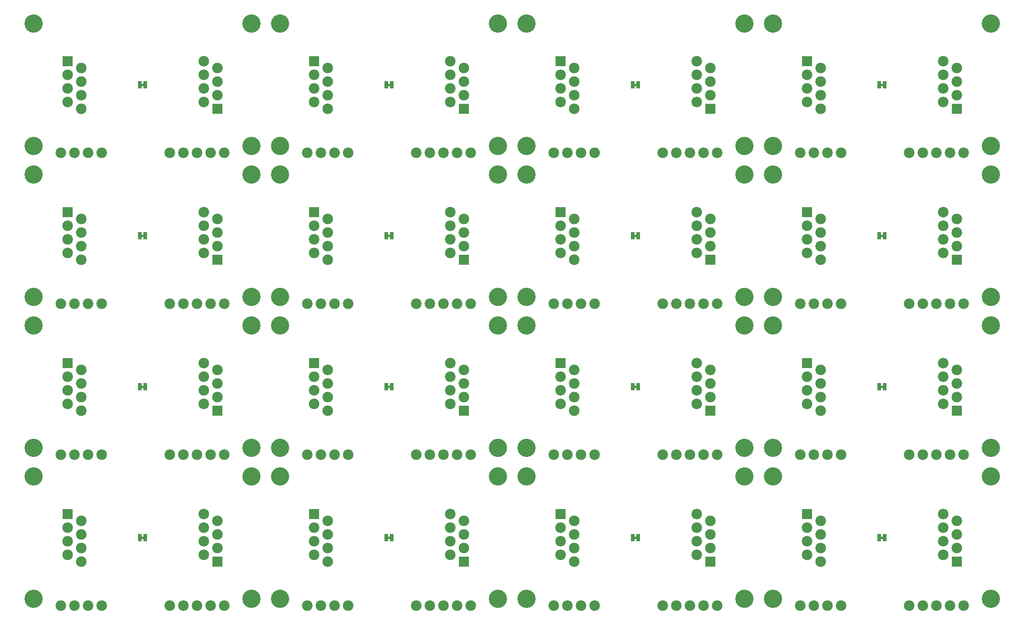
<source format=gbs>
G75*
%MOIN*%
%OFA0B0*%
%FSLAX25Y25*%
%IPPOS*%
%LPD*%
%AMOC8*
5,1,8,0,0,1.08239X$1,22.5*
%
%ADD10C,0.07800*%
%ADD11R,0.07800X0.07800*%
%ADD12C,0.13400*%
%ADD13R,0.02900X0.05400*%
%ADD14C,0.00500*%
D10*
X0133333Y0075000D03*
X0143333Y0075000D03*
X0153333Y0075000D03*
X0163333Y0075000D03*
X0148333Y0107500D03*
X0138333Y0112500D03*
X0148333Y0117500D03*
X0138333Y0122500D03*
X0148333Y0127500D03*
X0138333Y0132500D03*
X0148333Y0137500D03*
X0143333Y0186000D03*
X0133333Y0186000D03*
X0153333Y0186000D03*
X0163333Y0186000D03*
X0148333Y0218500D03*
X0138333Y0223500D03*
X0148333Y0228500D03*
X0138333Y0233500D03*
X0148333Y0238500D03*
X0138333Y0243500D03*
X0148333Y0248500D03*
X0143333Y0297000D03*
X0133333Y0297000D03*
X0153333Y0297000D03*
X0163333Y0297000D03*
X0148333Y0329500D03*
X0138333Y0334500D03*
X0148333Y0339500D03*
X0138333Y0344500D03*
X0148333Y0349500D03*
X0138333Y0354500D03*
X0148333Y0359500D03*
X0143333Y0408000D03*
X0133333Y0408000D03*
X0153333Y0408000D03*
X0163333Y0408000D03*
X0148333Y0440500D03*
X0138333Y0445500D03*
X0148333Y0450500D03*
X0138333Y0455500D03*
X0148333Y0460500D03*
X0138333Y0465500D03*
X0148333Y0470500D03*
X0238333Y0465500D03*
X0248333Y0460500D03*
X0238333Y0455500D03*
X0248333Y0450500D03*
X0238333Y0445500D03*
X0248333Y0470500D03*
X0238333Y0475500D03*
X0319333Y0465500D03*
X0329333Y0460500D03*
X0319333Y0455500D03*
X0329333Y0450500D03*
X0319333Y0445500D03*
X0329333Y0440500D03*
X0329333Y0470500D03*
X0419333Y0465500D03*
X0429333Y0460500D03*
X0419333Y0455500D03*
X0429333Y0450500D03*
X0419333Y0445500D03*
X0429333Y0470500D03*
X0419333Y0475500D03*
X0500333Y0465500D03*
X0510333Y0460500D03*
X0500333Y0455500D03*
X0510333Y0450500D03*
X0500333Y0445500D03*
X0510333Y0440500D03*
X0510333Y0470500D03*
X0600333Y0465500D03*
X0610333Y0460500D03*
X0600333Y0455500D03*
X0610333Y0450500D03*
X0600333Y0445500D03*
X0610333Y0470500D03*
X0600333Y0475500D03*
X0681333Y0465500D03*
X0691333Y0460500D03*
X0681333Y0455500D03*
X0691333Y0450500D03*
X0681333Y0445500D03*
X0691333Y0440500D03*
X0691333Y0470500D03*
X0781333Y0465500D03*
X0791333Y0460500D03*
X0781333Y0455500D03*
X0791333Y0450500D03*
X0781333Y0445500D03*
X0791333Y0470500D03*
X0781333Y0475500D03*
X0776333Y0408000D03*
X0766333Y0408000D03*
X0756333Y0408000D03*
X0786333Y0408000D03*
X0796333Y0408000D03*
X0781333Y0364500D03*
X0791333Y0359500D03*
X0781333Y0354500D03*
X0791333Y0349500D03*
X0781333Y0344500D03*
X0791333Y0339500D03*
X0781333Y0334500D03*
X0776333Y0297000D03*
X0766333Y0297000D03*
X0756333Y0297000D03*
X0786333Y0297000D03*
X0796333Y0297000D03*
X0781333Y0253500D03*
X0791333Y0248500D03*
X0781333Y0243500D03*
X0791333Y0238500D03*
X0781333Y0233500D03*
X0791333Y0228500D03*
X0781333Y0223500D03*
X0776333Y0186000D03*
X0766333Y0186000D03*
X0756333Y0186000D03*
X0786333Y0186000D03*
X0796333Y0186000D03*
X0781333Y0142500D03*
X0791333Y0137500D03*
X0781333Y0132500D03*
X0791333Y0127500D03*
X0781333Y0122500D03*
X0791333Y0117500D03*
X0781333Y0112500D03*
X0776333Y0075000D03*
X0766333Y0075000D03*
X0756333Y0075000D03*
X0786333Y0075000D03*
X0796333Y0075000D03*
X0706333Y0075000D03*
X0696333Y0075000D03*
X0686333Y0075000D03*
X0676333Y0075000D03*
X0691333Y0107500D03*
X0681333Y0112500D03*
X0691333Y0117500D03*
X0681333Y0122500D03*
X0691333Y0127500D03*
X0681333Y0132500D03*
X0691333Y0137500D03*
X0686333Y0186000D03*
X0676333Y0186000D03*
X0696333Y0186000D03*
X0706333Y0186000D03*
X0691333Y0218500D03*
X0681333Y0223500D03*
X0691333Y0228500D03*
X0681333Y0233500D03*
X0691333Y0238500D03*
X0681333Y0243500D03*
X0691333Y0248500D03*
X0686333Y0297000D03*
X0676333Y0297000D03*
X0696333Y0297000D03*
X0706333Y0297000D03*
X0691333Y0329500D03*
X0681333Y0334500D03*
X0691333Y0339500D03*
X0681333Y0344500D03*
X0691333Y0349500D03*
X0681333Y0354500D03*
X0691333Y0359500D03*
X0686333Y0408000D03*
X0676333Y0408000D03*
X0696333Y0408000D03*
X0706333Y0408000D03*
X0615333Y0408000D03*
X0605333Y0408000D03*
X0595333Y0408000D03*
X0585333Y0408000D03*
X0575333Y0408000D03*
X0525333Y0408000D03*
X0515333Y0408000D03*
X0505333Y0408000D03*
X0495333Y0408000D03*
X0434333Y0408000D03*
X0424333Y0408000D03*
X0414333Y0408000D03*
X0404333Y0408000D03*
X0394333Y0408000D03*
X0344333Y0408000D03*
X0334333Y0408000D03*
X0324333Y0408000D03*
X0314333Y0408000D03*
X0253333Y0408000D03*
X0243333Y0408000D03*
X0233333Y0408000D03*
X0223333Y0408000D03*
X0213333Y0408000D03*
X0238333Y0364500D03*
X0248333Y0359500D03*
X0238333Y0354500D03*
X0248333Y0349500D03*
X0238333Y0344500D03*
X0248333Y0339500D03*
X0238333Y0334500D03*
X0233333Y0297000D03*
X0243333Y0297000D03*
X0253333Y0297000D03*
X0223333Y0297000D03*
X0213333Y0297000D03*
X0238333Y0253500D03*
X0248333Y0248500D03*
X0238333Y0243500D03*
X0248333Y0238500D03*
X0238333Y0233500D03*
X0248333Y0228500D03*
X0238333Y0223500D03*
X0233333Y0186000D03*
X0243333Y0186000D03*
X0253333Y0186000D03*
X0223333Y0186000D03*
X0213333Y0186000D03*
X0238333Y0142500D03*
X0248333Y0137500D03*
X0238333Y0132500D03*
X0248333Y0127500D03*
X0238333Y0122500D03*
X0248333Y0117500D03*
X0238333Y0112500D03*
X0233333Y0075000D03*
X0243333Y0075000D03*
X0253333Y0075000D03*
X0223333Y0075000D03*
X0213333Y0075000D03*
X0314333Y0075000D03*
X0324333Y0075000D03*
X0334333Y0075000D03*
X0344333Y0075000D03*
X0394333Y0075000D03*
X0404333Y0075000D03*
X0414333Y0075000D03*
X0424333Y0075000D03*
X0434333Y0075000D03*
X0419333Y0112500D03*
X0429333Y0117500D03*
X0419333Y0122500D03*
X0429333Y0127500D03*
X0419333Y0132500D03*
X0429333Y0137500D03*
X0419333Y0142500D03*
X0414333Y0186000D03*
X0404333Y0186000D03*
X0394333Y0186000D03*
X0424333Y0186000D03*
X0434333Y0186000D03*
X0419333Y0223500D03*
X0429333Y0228500D03*
X0419333Y0233500D03*
X0429333Y0238500D03*
X0419333Y0243500D03*
X0429333Y0248500D03*
X0419333Y0253500D03*
X0414333Y0297000D03*
X0404333Y0297000D03*
X0394333Y0297000D03*
X0424333Y0297000D03*
X0434333Y0297000D03*
X0419333Y0334500D03*
X0429333Y0339500D03*
X0419333Y0344500D03*
X0429333Y0349500D03*
X0419333Y0354500D03*
X0429333Y0359500D03*
X0419333Y0364500D03*
X0500333Y0354500D03*
X0510333Y0349500D03*
X0500333Y0344500D03*
X0510333Y0339500D03*
X0500333Y0334500D03*
X0510333Y0329500D03*
X0510333Y0359500D03*
X0600333Y0354500D03*
X0610333Y0349500D03*
X0600333Y0344500D03*
X0610333Y0339500D03*
X0600333Y0334500D03*
X0610333Y0359500D03*
X0600333Y0364500D03*
X0595333Y0297000D03*
X0585333Y0297000D03*
X0575333Y0297000D03*
X0605333Y0297000D03*
X0615333Y0297000D03*
X0600333Y0253500D03*
X0610333Y0248500D03*
X0600333Y0243500D03*
X0610333Y0238500D03*
X0600333Y0233500D03*
X0610333Y0228500D03*
X0600333Y0223500D03*
X0595333Y0186000D03*
X0585333Y0186000D03*
X0575333Y0186000D03*
X0605333Y0186000D03*
X0615333Y0186000D03*
X0600333Y0142500D03*
X0610333Y0137500D03*
X0600333Y0132500D03*
X0610333Y0127500D03*
X0600333Y0122500D03*
X0610333Y0117500D03*
X0600333Y0112500D03*
X0595333Y0075000D03*
X0585333Y0075000D03*
X0575333Y0075000D03*
X0605333Y0075000D03*
X0615333Y0075000D03*
X0525333Y0075000D03*
X0515333Y0075000D03*
X0505333Y0075000D03*
X0495333Y0075000D03*
X0510333Y0107500D03*
X0500333Y0112500D03*
X0510333Y0117500D03*
X0500333Y0122500D03*
X0510333Y0127500D03*
X0500333Y0132500D03*
X0510333Y0137500D03*
X0505333Y0186000D03*
X0495333Y0186000D03*
X0515333Y0186000D03*
X0525333Y0186000D03*
X0510333Y0218500D03*
X0500333Y0223500D03*
X0510333Y0228500D03*
X0500333Y0233500D03*
X0510333Y0238500D03*
X0500333Y0243500D03*
X0510333Y0248500D03*
X0505333Y0297000D03*
X0495333Y0297000D03*
X0515333Y0297000D03*
X0525333Y0297000D03*
X0344333Y0297000D03*
X0334333Y0297000D03*
X0324333Y0297000D03*
X0314333Y0297000D03*
X0329333Y0329500D03*
X0319333Y0334500D03*
X0329333Y0339500D03*
X0319333Y0344500D03*
X0329333Y0349500D03*
X0319333Y0354500D03*
X0329333Y0359500D03*
X0329333Y0248500D03*
X0319333Y0243500D03*
X0329333Y0238500D03*
X0319333Y0233500D03*
X0329333Y0228500D03*
X0319333Y0223500D03*
X0329333Y0218500D03*
X0324333Y0186000D03*
X0314333Y0186000D03*
X0334333Y0186000D03*
X0344333Y0186000D03*
X0329333Y0137500D03*
X0319333Y0132500D03*
X0329333Y0127500D03*
X0319333Y0122500D03*
X0329333Y0117500D03*
X0319333Y0112500D03*
X0329333Y0107500D03*
D11*
X0319333Y0142500D03*
X0248333Y0107500D03*
X0138333Y0142500D03*
X0248333Y0218500D03*
X0319333Y0253500D03*
X0429333Y0218500D03*
X0500333Y0253500D03*
X0610333Y0218500D03*
X0681333Y0253500D03*
X0791333Y0218500D03*
X0681333Y0142500D03*
X0610333Y0107500D03*
X0500333Y0142500D03*
X0429333Y0107500D03*
X0138333Y0253500D03*
X0248333Y0329500D03*
X0319333Y0364500D03*
X0429333Y0329500D03*
X0500333Y0364500D03*
X0610333Y0329500D03*
X0681333Y0364500D03*
X0791333Y0329500D03*
X0791333Y0440500D03*
X0681333Y0475500D03*
X0610333Y0440500D03*
X0500333Y0475500D03*
X0429333Y0440500D03*
X0319333Y0475500D03*
X0248333Y0440500D03*
X0138333Y0475500D03*
X0138333Y0364500D03*
X0791333Y0107500D03*
D12*
X0113333Y0080000D03*
X0113333Y0170000D03*
X0113333Y0191000D03*
X0113333Y0281000D03*
X0113333Y0302000D03*
X0113333Y0392000D03*
X0113333Y0413000D03*
X0113333Y0503000D03*
X0273333Y0503000D03*
X0294333Y0503000D03*
X0294333Y0413000D03*
X0273333Y0413000D03*
X0273333Y0392000D03*
X0294333Y0392000D03*
X0294333Y0302000D03*
X0273333Y0302000D03*
X0273333Y0281000D03*
X0294333Y0281000D03*
X0294333Y0191000D03*
X0273333Y0191000D03*
X0273333Y0170000D03*
X0294333Y0170000D03*
X0294333Y0080000D03*
X0273333Y0080000D03*
X0454333Y0080000D03*
X0475333Y0080000D03*
X0475333Y0170000D03*
X0454333Y0170000D03*
X0454333Y0191000D03*
X0475333Y0191000D03*
X0475333Y0281000D03*
X0454333Y0281000D03*
X0454333Y0302000D03*
X0475333Y0302000D03*
X0475333Y0392000D03*
X0454333Y0392000D03*
X0454333Y0413000D03*
X0475333Y0413000D03*
X0475333Y0503000D03*
X0454333Y0503000D03*
X0635333Y0503000D03*
X0656333Y0503000D03*
X0656333Y0413000D03*
X0635333Y0413000D03*
X0635333Y0392000D03*
X0656333Y0392000D03*
X0656333Y0302000D03*
X0635333Y0302000D03*
X0635333Y0281000D03*
X0656333Y0281000D03*
X0656333Y0191000D03*
X0635333Y0191000D03*
X0635333Y0170000D03*
X0656333Y0170000D03*
X0656333Y0080000D03*
X0635333Y0080000D03*
X0816333Y0080000D03*
X0816333Y0170000D03*
X0816333Y0191000D03*
X0816333Y0281000D03*
X0816333Y0302000D03*
X0816333Y0392000D03*
X0816333Y0413000D03*
X0816333Y0503000D03*
D13*
X0738333Y0458000D03*
X0734333Y0458000D03*
X0734333Y0347000D03*
X0738333Y0347000D03*
X0557333Y0347000D03*
X0553333Y0347000D03*
X0553333Y0458000D03*
X0557333Y0458000D03*
X0376333Y0458000D03*
X0372333Y0458000D03*
X0372333Y0347000D03*
X0376333Y0347000D03*
X0195333Y0347000D03*
X0191333Y0347000D03*
X0191333Y0458000D03*
X0195333Y0458000D03*
X0195333Y0236000D03*
X0191333Y0236000D03*
X0191333Y0125000D03*
X0195333Y0125000D03*
X0372333Y0125000D03*
X0376333Y0125000D03*
X0376333Y0236000D03*
X0372333Y0236000D03*
X0553333Y0236000D03*
X0557333Y0236000D03*
X0557333Y0125000D03*
X0553333Y0125000D03*
X0734333Y0125000D03*
X0738333Y0125000D03*
X0738333Y0236000D03*
X0734333Y0236000D03*
D14*
X0735583Y0236004D02*
X0737083Y0236004D01*
X0737083Y0236500D02*
X0735583Y0236500D01*
X0735583Y0235500D01*
X0737083Y0235500D01*
X0737083Y0236500D01*
X0737083Y0235506D02*
X0735583Y0235506D01*
X0735583Y0125500D02*
X0735583Y0124500D01*
X0737083Y0124500D01*
X0737083Y0125500D01*
X0735583Y0125500D01*
X0735583Y0125335D02*
X0737083Y0125335D01*
X0737083Y0124836D02*
X0735583Y0124836D01*
X0556083Y0124836D02*
X0554583Y0124836D01*
X0554583Y0124500D02*
X0554583Y0125500D01*
X0556083Y0125500D01*
X0556083Y0124500D01*
X0554583Y0124500D01*
X0554583Y0125335D02*
X0556083Y0125335D01*
X0556083Y0235500D02*
X0556083Y0236500D01*
X0554583Y0236500D01*
X0554583Y0235500D01*
X0556083Y0235500D01*
X0556083Y0235506D02*
X0554583Y0235506D01*
X0554583Y0236004D02*
X0556083Y0236004D01*
X0375083Y0236004D02*
X0373583Y0236004D01*
X0373583Y0236500D02*
X0373583Y0235500D01*
X0375083Y0235500D01*
X0375083Y0236500D01*
X0373583Y0236500D01*
X0373583Y0235506D02*
X0375083Y0235506D01*
X0375083Y0125500D02*
X0373583Y0125500D01*
X0373583Y0124500D01*
X0375083Y0124500D01*
X0375083Y0125500D01*
X0375083Y0125335D02*
X0373583Y0125335D01*
X0373583Y0124836D02*
X0375083Y0124836D01*
X0194083Y0124836D02*
X0192583Y0124836D01*
X0192583Y0124500D02*
X0192583Y0125500D01*
X0194083Y0125500D01*
X0194083Y0124500D01*
X0192583Y0124500D01*
X0192583Y0125335D02*
X0194083Y0125335D01*
X0194083Y0235500D02*
X0194083Y0236500D01*
X0192583Y0236500D01*
X0192583Y0235500D01*
X0194083Y0235500D01*
X0194083Y0235506D02*
X0192583Y0235506D01*
X0192583Y0236004D02*
X0194083Y0236004D01*
X0194083Y0346500D02*
X0194083Y0347500D01*
X0192583Y0347500D01*
X0192583Y0346500D01*
X0194083Y0346500D01*
X0194083Y0346674D02*
X0192583Y0346674D01*
X0192583Y0347172D02*
X0194083Y0347172D01*
X0194083Y0457500D02*
X0194083Y0458500D01*
X0192583Y0458500D01*
X0192583Y0457500D01*
X0194083Y0457500D01*
X0194083Y0457842D02*
X0192583Y0457842D01*
X0192583Y0458340D02*
X0194083Y0458340D01*
X0373583Y0458340D02*
X0375083Y0458340D01*
X0375083Y0458500D02*
X0373583Y0458500D01*
X0373583Y0457500D01*
X0375083Y0457500D01*
X0375083Y0458500D01*
X0375083Y0457842D02*
X0373583Y0457842D01*
X0373583Y0347500D02*
X0373583Y0346500D01*
X0375083Y0346500D01*
X0375083Y0347500D01*
X0373583Y0347500D01*
X0373583Y0347172D02*
X0375083Y0347172D01*
X0375083Y0346674D02*
X0373583Y0346674D01*
X0554583Y0346674D02*
X0556083Y0346674D01*
X0556083Y0346500D02*
X0556083Y0347500D01*
X0554583Y0347500D01*
X0554583Y0346500D01*
X0556083Y0346500D01*
X0556083Y0347172D02*
X0554583Y0347172D01*
X0554583Y0457500D02*
X0554583Y0458500D01*
X0556083Y0458500D01*
X0556083Y0457500D01*
X0554583Y0457500D01*
X0554583Y0457842D02*
X0556083Y0457842D01*
X0556083Y0458340D02*
X0554583Y0458340D01*
X0735583Y0458340D02*
X0737083Y0458340D01*
X0737083Y0458500D02*
X0735583Y0458500D01*
X0735583Y0457500D01*
X0737083Y0457500D01*
X0737083Y0458500D01*
X0737083Y0457842D02*
X0735583Y0457842D01*
X0735583Y0347500D02*
X0735583Y0346500D01*
X0737083Y0346500D01*
X0737083Y0347500D01*
X0735583Y0347500D01*
X0735583Y0347172D02*
X0737083Y0347172D01*
X0737083Y0346674D02*
X0735583Y0346674D01*
M02*

</source>
